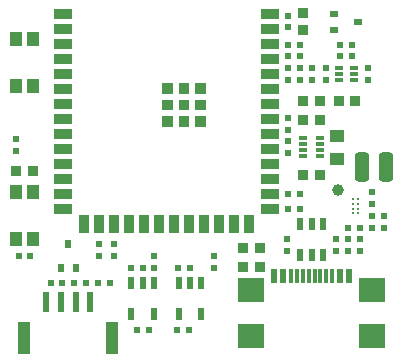
<source format=gbp>
G04*
G04 #@! TF.GenerationSoftware,Altium Limited,Altium Designer,24.10.1 (45)*
G04*
G04 Layer_Color=128*
%FSLAX25Y25*%
%MOIN*%
G70*
G04*
G04 #@! TF.SameCoordinates,F1BA22F4-9FB4-4C3A-9B32-68D4286BD9C5*
G04*
G04*
G04 #@! TF.FilePolarity,Positive*
G04*
G01*
G75*
%ADD15R,0.02362X0.02362*%
%ADD16R,0.02362X0.02362*%
%ADD34R,0.03937X0.10630*%
%ADD35R,0.02362X0.06693*%
%ADD36R,0.01968X0.02756*%
%ADD38R,0.05906X0.03543*%
%ADD39R,0.03543X0.05906*%
%ADD40R,0.02756X0.01968*%
%ADD41R,0.03347X0.03347*%
%ADD42R,0.02638X0.01181*%
%ADD43R,0.03347X0.03347*%
%ADD44R,0.02598X0.01260*%
%ADD45R,0.04921X0.03937*%
G04:AMPARAMS|DCode=46|XSize=47.24mil|YSize=98.43mil|CornerRadius=11.81mil|HoleSize=0mil|Usage=FLASHONLY|Rotation=180.000|XOffset=0mil|YOffset=0mil|HoleType=Round|Shape=RoundedRectangle|*
%AMROUNDEDRECTD46*
21,1,0.04724,0.07480,0,0,180.0*
21,1,0.02362,0.09843,0,0,180.0*
1,1,0.02362,-0.01181,0.03740*
1,1,0.02362,0.01181,0.03740*
1,1,0.02362,0.01181,-0.03740*
1,1,0.02362,-0.01181,-0.03740*
%
%ADD46ROUNDEDRECTD46*%
%ADD47C,0.03937*%
%ADD48C,0.00906*%
%ADD49R,0.02362X0.04331*%
%ADD50R,0.01968X0.04331*%
%ADD51R,0.08583X0.07874*%
%ADD52R,0.01181X0.04724*%
%ADD53R,0.02362X0.04724*%
%ADD54R,0.03937X0.04724*%
G36*
X70669Y87992D02*
X67126D01*
Y91535D01*
X70669D01*
Y87992D01*
D02*
G37*
G36*
X76181Y87992D02*
X72638D01*
Y91535D01*
X76181D01*
Y87992D01*
D02*
G37*
G36*
X65158D02*
X61614D01*
Y91535D01*
X65158D01*
Y87992D01*
D02*
G37*
G36*
X76181Y82480D02*
X72638D01*
Y86024D01*
X76181D01*
Y82480D01*
D02*
G37*
G36*
X70669D02*
X67126D01*
Y86024D01*
X70669D01*
Y82480D01*
D02*
G37*
G36*
X65158Y82480D02*
X61614D01*
Y86024D01*
X65158D01*
Y82480D01*
D02*
G37*
G36*
X76181Y76968D02*
X72638D01*
Y80512D01*
X76181D01*
Y76968D01*
D02*
G37*
G36*
X70669D02*
X67126D01*
Y80512D01*
X70669D01*
Y76968D01*
D02*
G37*
G36*
X65158D02*
X61614D01*
Y80512D01*
X65158D01*
Y76968D01*
D02*
G37*
D15*
X24409Y24803D02*
D03*
X28346D02*
D03*
X36220D02*
D03*
X32283D02*
D03*
X44094D02*
D03*
X40157D02*
D03*
X103543Y104331D02*
D03*
X107480D02*
D03*
X103543Y100394D02*
D03*
X107480D02*
D03*
X120866Y104331D02*
D03*
X124803D02*
D03*
X120866Y100394D02*
D03*
X124803D02*
D03*
X107480Y96457D02*
D03*
X111417D02*
D03*
X107480Y92520D02*
D03*
X111417D02*
D03*
X131496Y47244D02*
D03*
X135433D02*
D03*
X131496Y43307D02*
D03*
X135433D02*
D03*
X107480Y54528D02*
D03*
X103543D02*
D03*
X107480Y49606D02*
D03*
X103543D02*
D03*
X127559Y43307D02*
D03*
X123622D02*
D03*
X70866Y29921D02*
D03*
X66929D02*
D03*
X57087Y9055D02*
D03*
X53150D02*
D03*
X70472D02*
D03*
X66535D02*
D03*
X55118Y29921D02*
D03*
X51181D02*
D03*
X13780Y33858D02*
D03*
X17717D02*
D03*
D16*
X45472Y37795D02*
D03*
Y33858D02*
D03*
X103543Y113976D02*
D03*
Y110039D02*
D03*
X116142Y92520D02*
D03*
Y96457D02*
D03*
X130315Y92520D02*
D03*
Y96457D02*
D03*
X103543Y79921D02*
D03*
Y75984D02*
D03*
Y72047D02*
D03*
Y68110D02*
D03*
X127559Y39370D02*
D03*
Y35433D02*
D03*
X123622Y39370D02*
D03*
Y35433D02*
D03*
X119685D02*
D03*
Y39370D02*
D03*
X103150D02*
D03*
Y35433D02*
D03*
X78740Y33858D02*
D03*
Y29921D02*
D03*
X59055D02*
D03*
Y33858D02*
D03*
X40453Y37795D02*
D03*
Y33858D02*
D03*
X12992Y68898D02*
D03*
Y72835D02*
D03*
X103543Y96457D02*
D03*
Y92520D02*
D03*
X131496Y51181D02*
D03*
Y55118D02*
D03*
D34*
X44980Y6398D02*
D03*
X15650D02*
D03*
D35*
X22933Y18602D02*
D03*
X27854D02*
D03*
X32776D02*
D03*
X37697D02*
D03*
D36*
X32874Y29921D02*
D03*
X27756D02*
D03*
X30315Y37795D02*
D03*
D38*
X97441Y114567D02*
D03*
Y109567D02*
D03*
Y104567D02*
D03*
Y99567D02*
D03*
Y94567D02*
D03*
Y89567D02*
D03*
Y84567D02*
D03*
Y79567D02*
D03*
Y74567D02*
D03*
Y69567D02*
D03*
Y64567D02*
D03*
Y59567D02*
D03*
Y54567D02*
D03*
Y49567D02*
D03*
X28543D02*
D03*
Y54567D02*
D03*
Y59567D02*
D03*
Y64567D02*
D03*
Y69567D02*
D03*
Y74567D02*
D03*
Y79567D02*
D03*
Y84567D02*
D03*
Y89567D02*
D03*
Y94567D02*
D03*
Y99567D02*
D03*
Y104567D02*
D03*
Y109567D02*
D03*
Y114567D02*
D03*
D39*
X65433Y44488D02*
D03*
X90433D02*
D03*
X80433D02*
D03*
X85433D02*
D03*
X70433D02*
D03*
X75433D02*
D03*
X55433D02*
D03*
X50433D02*
D03*
X45433D02*
D03*
X60433D02*
D03*
X40433D02*
D03*
X35433D02*
D03*
D40*
X118898Y109252D02*
D03*
Y114370D02*
D03*
X126772Y111811D02*
D03*
D41*
X108661Y109252D02*
D03*
Y114764D02*
D03*
D42*
X125728Y92520D02*
D03*
Y94488D02*
D03*
Y96457D02*
D03*
X120728D02*
D03*
Y94488D02*
D03*
Y92520D02*
D03*
D43*
X120472Y85433D02*
D03*
X125984D02*
D03*
X114173Y79134D02*
D03*
X108661D02*
D03*
X114173Y61024D02*
D03*
X108661D02*
D03*
X94095Y30315D02*
D03*
X88583D02*
D03*
X94095Y36614D02*
D03*
X88583D02*
D03*
X12992Y62205D02*
D03*
X18504D02*
D03*
X108661Y85433D02*
D03*
X114173D02*
D03*
D44*
X114311Y73032D02*
D03*
Y71063D02*
D03*
Y69095D02*
D03*
Y67126D02*
D03*
X108524D02*
D03*
Y69095D02*
D03*
Y71063D02*
D03*
Y73032D02*
D03*
D45*
X119882Y74016D02*
D03*
Y66142D02*
D03*
D46*
X128347Y63386D02*
D03*
X136221D02*
D03*
D47*
X120079Y55905D02*
D03*
D48*
X125197Y48031D02*
D03*
Y49606D02*
D03*
Y51181D02*
D03*
Y52756D02*
D03*
X126772Y48031D02*
D03*
Y49606D02*
D03*
Y51181D02*
D03*
Y52756D02*
D03*
D49*
X115157Y34252D02*
D03*
X111417D02*
D03*
X107677D02*
D03*
X111417Y44488D02*
D03*
X67126Y14567D02*
D03*
X74606D02*
D03*
Y24803D02*
D03*
X70866D02*
D03*
X67126D02*
D03*
X51378Y14567D02*
D03*
X58858D02*
D03*
Y24803D02*
D03*
X55118D02*
D03*
X51378D02*
D03*
D50*
X107677Y44488D02*
D03*
X115157D02*
D03*
D51*
X91299Y7283D02*
D03*
Y22638D02*
D03*
X131535Y7283D02*
D03*
Y22638D02*
D03*
D52*
X110433Y27067D02*
D03*
X112402D02*
D03*
X108465D02*
D03*
X106496D02*
D03*
X104528D02*
D03*
X114370D02*
D03*
X116339D02*
D03*
X118307D02*
D03*
D53*
X120866D02*
D03*
X124016D02*
D03*
X101969D02*
D03*
X98819D02*
D03*
D54*
X18701Y90551D02*
D03*
X12795D02*
D03*
X18701Y106299D02*
D03*
X12795D02*
D03*
X18701Y39370D02*
D03*
X12795D02*
D03*
X18701Y55118D02*
D03*
X12795D02*
D03*
M02*

</source>
